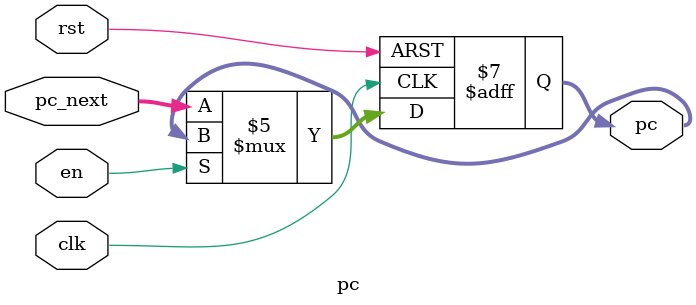
<source format=v>
module pc#(parameter SIZE = 32)(

    input wire clk,
    input wire rst,
    input wire en,
    input wire [SIZE-1:0] pc_next,
    output reg [SIZE-1:0] pc

    );
    
    always @(posedge clk,negedge rst) begin 
        if(!rst) begin
            pc <= 0;
        end
        else  begin
            if(!en) begin
                pc <= pc_next;
            end
            else begin
                pc <= pc;
            end
        end
    end
endmodule

</source>
